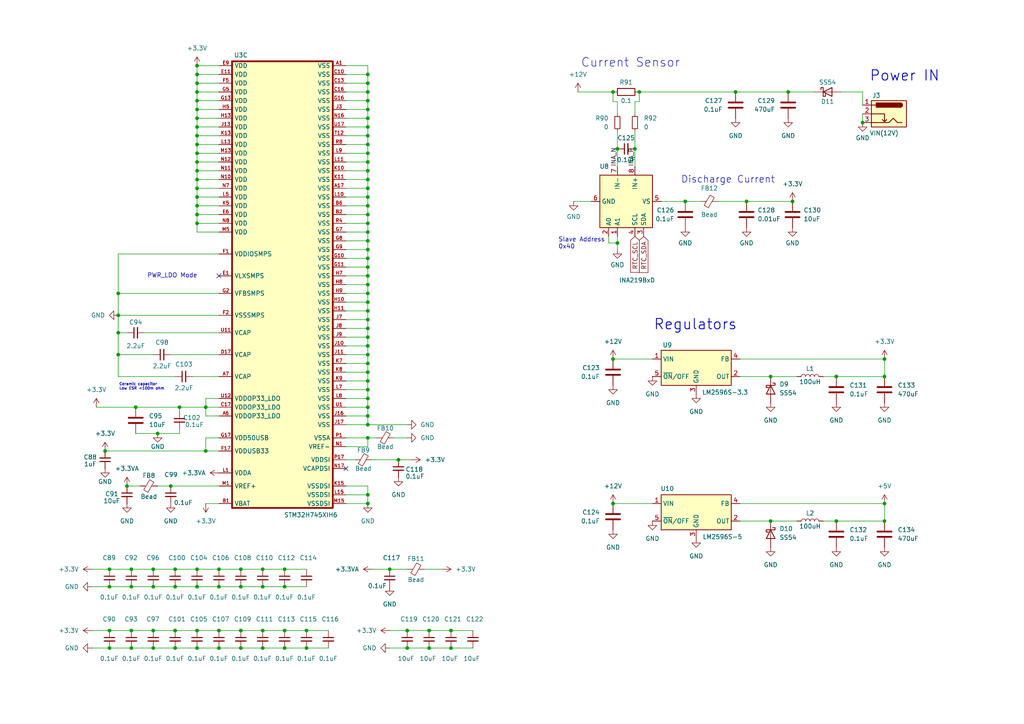
<source format=kicad_sch>
(kicad_sch (version 20250114) (generator "eeschema") (generator_version "9.0")
  (paper "A4")
  (title_block (title "Power") (date "2024-12-27") (rev "2.0") (company "Robotics"))
  (text "Slave Address\n0x40" (at 161.925 72.39 0) (effects (font (size 1.27 1.27)) (justify left bottom)))
  (text "Current Sensor" (at 182.88 18.288 0) (effects (font (size 2.54 2.54))))
  (text "Discharge Current" (at 197.485 53.34 0) (effects (font (size 2 2)) (justify left bottom)))
  (text "Regulators" (at 201.676 94.234 0) (effects (font (size 3 3) (thickness 0.254) (bold yes))))
  (text "Power IN" (at 262.382 22.098 0) (effects (font (size 3 3) (thickness 0.254) (bold yes))))
  (text "PWR_LDO Mode" (at 42.672 80.772 0) (effects (font (size 1.27 1.27)) (justify left bottom)))
  (text "Ceramic capacitor\nLow ESR <100m ohm" (at 34.544 113.284 0) (effects (font (size 0.7874 0.7874)) (justify left bottom)))
  (junction (at 44.45 170.18))
  (junction (at 50.8 182.88))
  (junction (at 106.68 36.83))
  (junction (at 57.15 46.99))
  (junction (at 50.8 187.96))
  (junction (at 57.15 36.83))
  (junction (at 106.68 72.39))
  (junction (at 177.8 104.14))
  (junction (at 106.68 87.63))
  (junction (at 45.72 125.73))
  (junction (at 31.75 187.96))
  (junction (at 106.68 31.75))
  (junction (at 106.68 24.13))
  (junction (at 34.29 96.52))
  (junction (at 34.29 85.09))
  (junction (at 106.68 64.77))
  (junction (at 106.68 21.59))
  (junction (at 76.2 182.88))
  (junction (at 88.9 187.96))
  (junction (at 76.2 187.96))
  (junction (at 57.15 59.69))
  (junction (at 106.68 115.57))
  (junction (at 50.8 170.18))
  (junction (at 34.29 102.87))
  (junction (at 106.68 127))
  (junction (at 44.45 187.96))
  (junction (at 106.68 82.55))
  (junction (at 179.07 70.485))
  (junction (at 250.19 35.56))
  (junction (at 106.68 26.67))
  (junction (at 106.68 92.71))
  (junction (at 63.5 182.88))
  (junction (at 106.68 80.01))
  (junction (at 57.15 57.15))
  (junction (at 52.07 118.11))
  (junction (at 69.85 182.88))
  (junction (at 63.5 170.18))
  (junction (at 242.57 109.22))
  (junction (at 57.15 182.88))
  (junction (at 57.15 29.21))
  (junction (at 82.55 170.18))
  (junction (at 57.15 31.75))
  (junction (at 76.2 165.1))
  (junction (at 59.69 130.81))
  (junction (at 106.68 59.69))
  (junction (at 57.15 64.77))
  (junction (at 44.45 182.88))
  (junction (at 177.8 146.05))
  (junction (at 106.68 74.93))
  (junction (at 39.37 118.11))
  (junction (at 106.68 105.41))
  (junction (at 57.15 165.1))
  (junction (at 57.15 52.07))
  (junction (at 63.5 165.1))
  (junction (at 82.55 187.96))
  (junction (at 106.68 100.33))
  (junction (at 124.46 187.96))
  (junction (at 256.54 104.14))
  (junction (at 57.15 187.96))
  (junction (at 177.8 26.67))
  (junction (at 106.68 123.19))
  (junction (at 57.15 170.18))
  (junction (at 38.1 182.88))
  (junction (at 115.57 133.35))
  (junction (at 118.11 182.88))
  (junction (at 57.15 34.29))
  (junction (at 34.29 91.44))
  (junction (at 57.15 26.67))
  (junction (at 38.1 187.96))
  (junction (at 49.53 140.97))
  (junction (at 106.68 52.07))
  (junction (at 106.68 67.31))
  (junction (at 57.15 41.91))
  (junction (at 198.755 58.42))
  (junction (at 57.15 54.61))
  (junction (at 216.535 58.42))
  (junction (at 106.68 102.87))
  (junction (at 106.68 77.47))
  (junction (at 229.87 58.42))
  (junction (at 69.85 187.96))
  (junction (at 57.15 49.53))
  (junction (at 256.54 151.13))
  (junction (at 88.9 182.88))
  (junction (at 256.54 109.22))
  (junction (at 106.68 97.79))
  (junction (at 130.81 187.96))
  (junction (at 118.11 187.96))
  (junction (at 106.68 113.03))
  (junction (at 106.68 54.61))
  (junction (at 106.68 29.21))
  (junction (at 106.68 57.15))
  (junction (at 31.75 165.1))
  (junction (at 59.69 118.11))
  (junction (at 106.68 85.09))
  (junction (at 213.36 26.67))
  (junction (at 30.48 130.81))
  (junction (at 36.83 140.97))
  (junction (at 82.55 165.1))
  (junction (at 106.68 41.91))
  (junction (at 113.03 165.1))
  (junction (at 31.75 182.88))
  (junction (at 184.15 43.18))
  (junction (at 82.55 182.88))
  (junction (at 106.68 110.49))
  (junction (at 57.15 39.37))
  (junction (at 106.68 39.37))
  (junction (at 106.68 69.85))
  (junction (at 57.15 62.23))
  (junction (at 106.68 118.11))
  (junction (at 106.68 90.17))
  (junction (at 106.68 46.99))
  (junction (at 106.68 146.05))
  (junction (at 63.5 187.96))
  (junction (at 256.54 146.05))
  (junction (at 106.68 95.25))
  (junction (at 242.57 151.13))
  (junction (at 57.15 21.59))
  (junction (at 130.81 182.88))
  (junction (at 106.68 49.53))
  (junction (at 38.1 170.18))
  (junction (at 69.85 170.18))
  (junction (at 57.15 24.13))
  (junction (at 76.2 170.18))
  (junction (at 57.15 44.45))
  (junction (at 44.45 165.1))
  (junction (at 228.6 26.67))
  (junction (at 223.52 109.22))
  (junction (at 69.85 165.1))
  (junction (at 106.68 143.51))
  (junction (at 223.52 151.13))
  (junction (at 124.46 182.88))
  (junction (at 106.68 107.95))
  (junction (at 106.68 34.29))
  (junction (at 179.07 43.18))
  (junction (at 50.8 165.1))
  (junction (at 106.68 62.23))
  (junction (at 57.15 19.05))
  (junction (at 106.68 44.45))
  (junction (at 106.68 120.65))
  (junction (at 38.1 165.1))
  (junction (at 185.42 26.67))
  (junction (at 31.75 170.18))
  (no_connect (at 100.33 135.89))
  (no_connect (at 63.5 80.01))
  (wire (pts (xy 44.45 165.1) (xy 50.8 165.1)))
  (wire (pts (xy 100.33 82.55) (xy 106.68 82.55)))
  (wire (pts (xy 57.15 39.37) (xy 63.5 39.37)))
  (wire (pts (xy 106.68 120.65) (xy 100.33 120.65)))
  (wire (pts (xy 100.33 19.05) (xy 106.68 19.05)))
  (wire (pts (xy 115.57 133.35) (xy 119.38 133.35)))
  (wire (pts (xy 63.5 165.1) (xy 69.85 165.1)))
  (wire (pts (xy 63.5 85.09) (xy 34.29 85.09)))
  (wire (pts (xy 106.68 44.45) (xy 106.68 46.99)))
  (wire (pts (xy 106.68 62.23) (xy 106.68 64.77)))
  (wire (pts (xy 250.19 26.67) (xy 250.19 30.48)))
  (wire (pts (xy 57.15 41.91) (xy 63.5 41.91)))
  (wire (pts (xy 52.07 118.11) (xy 52.07 119.38)))
  (wire (pts (xy 106.68 46.99) (xy 106.68 49.53)))
  (wire (pts (xy 63.5 120.65) (xy 59.69 120.65)))
  (wire (pts (xy 57.15 26.67) (xy 63.5 26.67)))
  (wire (pts (xy 63.5 127) (xy 59.69 127)))
  (wire (pts (xy 38.1 170.18) (xy 44.45 170.18)))
  (wire (pts (xy 69.85 165.1) (xy 76.2 165.1)))
  (wire (pts (xy 27.94 118.11) (xy 39.37 118.11)))
  (wire (pts (xy 57.15 52.07) (xy 63.5 52.07)))
  (wire (pts (xy 256.54 104.14) (xy 256.54 109.22)))
  (wire (pts (xy 52.07 118.11) (xy 59.69 118.11)))
  (wire (pts (xy 106.68 127) (xy 109.22 127)))
  (wire (pts (xy 184.15 29.464) (xy 184.15 33.02)))
  (wire (pts (xy 100.33 24.13) (xy 106.68 24.13)))
  (wire (pts (xy 34.29 96.52) (xy 34.29 102.87)))
  (wire (pts (xy 106.68 123.19) (xy 100.33 123.19)))
  (wire (pts (xy 185.42 26.67) (xy 213.36 26.67)))
  (wire (pts (xy 100.33 90.17) (xy 106.68 90.17)))
  (wire (pts (xy 34.29 85.09) (xy 34.29 91.44)))
  (wire (pts (xy 57.15 31.75) (xy 57.15 29.21)))
  (wire (pts (xy 88.9 187.96) (xy 95.25 187.96)))
  (wire (pts (xy 179.07 43.18) (xy 179.07 48.26)))
  (wire (pts (xy 57.15 54.61) (xy 63.5 54.61)))
  (wire (pts (xy 82.55 182.88) (xy 88.9 182.88)))
  (wire (pts (xy 57.15 39.37) (xy 57.15 36.83)))
  (wire (pts (xy 57.15 187.96) (xy 63.5 187.96)))
  (wire (pts (xy 57.15 24.13) (xy 63.5 24.13)))
  (wire (pts (xy 223.52 151.13) (xy 231.14 151.13)))
  (wire (pts (xy 106.68 143.51) (xy 106.68 146.05)))
  (wire (pts (xy 176.53 70.485) (xy 179.07 70.485)))
  (wire (pts (xy 45.72 140.97) (xy 49.53 140.97)))
  (wire (pts (xy 44.45 182.88) (xy 50.8 182.88)))
  (wire (pts (xy 113.03 182.88) (xy 118.11 182.88)))
  (wire (pts (xy 118.11 182.88) (xy 124.46 182.88)))
  (wire (pts (xy 50.8 187.96) (xy 57.15 187.96)))
  (wire (pts (xy 50.8 182.88) (xy 57.15 182.88)))
  (wire (pts (xy 38.1 182.88) (xy 44.45 182.88)))
  (wire (pts (xy 238.76 109.22) (xy 242.57 109.22)))
  (wire (pts (xy 130.81 182.88) (xy 137.16 182.88)))
  (wire (pts (xy 44.45 170.18) (xy 50.8 170.18)))
  (wire (pts (xy 100.33 46.99) (xy 106.68 46.99)))
  (wire (pts (xy 167.64 26.67) (xy 177.8 26.67)))
  (wire (pts (xy 76.2 165.1) (xy 82.55 165.1)))
  (wire (pts (xy 100.33 41.91) (xy 106.68 41.91)))
  (wire (pts (xy 63.5 182.88) (xy 69.85 182.88)))
  (wire (pts (xy 214.63 146.05) (xy 256.54 146.05)))
  (wire (pts (xy 76.2 182.88) (xy 82.55 182.88)))
  (wire (pts (xy 228.6 26.67) (xy 236.22 26.67)))
  (wire (pts (xy 57.15 26.67) (xy 57.15 24.13)))
  (wire (pts (xy 179.07 29.464) (xy 177.8 29.464)))
  (wire (pts (xy 76.2 170.18) (xy 82.55 170.18)))
  (wire (pts (xy 100.33 52.07) (xy 106.68 52.07)))
  (wire (pts (xy 36.83 140.97) (xy 40.64 140.97)))
  (wire (pts (xy 57.15 39.37) (xy 57.15 41.91)))
  (wire (pts (xy 57.15 34.29) (xy 57.15 31.75)))
  (wire (pts (xy 106.68 39.37) (xy 106.68 41.91)))
  (wire (pts (xy 38.1 165.1) (xy 44.45 165.1)))
  (wire (pts (xy 118.11 127) (xy 114.3 127)))
  (wire (pts (xy 106.68 129.54) (xy 106.68 127)))
  (wire (pts (xy 55.88 109.22) (xy 63.5 109.22)))
  (wire (pts (xy 184.15 43.18) (xy 184.15 48.26)))
  (wire (pts (xy 59.69 146.05) (xy 63.5 146.05)))
  (wire (pts (xy 59.69 127) (xy 59.69 130.81)))
  (wire (pts (xy 100.33 102.87) (xy 106.68 102.87)))
  (wire (pts (xy 100.33 36.83) (xy 106.68 36.83)))
  (wire (pts (xy 100.33 59.69) (xy 106.68 59.69)))
  (wire (pts (xy 177.8 29.464) (xy 177.8 26.67)))
  (wire (pts (xy 26.67 165.1) (xy 31.75 165.1)))
  (wire (pts (xy 88.9 182.88) (xy 95.25 182.88)))
  (wire (pts (xy 100.33 107.95) (xy 106.68 107.95)))
  (wire (pts (xy 69.85 187.96) (xy 76.2 187.96)))
  (wire (pts (xy 52.07 125.73) (xy 45.72 125.73)))
  (wire (pts (xy 100.33 87.63) (xy 106.68 87.63)))
  (wire (pts (xy 106.68 74.93) (xy 106.68 77.47)))
  (wire (pts (xy 30.48 130.81) (xy 59.69 130.81)))
  (wire (pts (xy 31.75 187.96) (xy 38.1 187.96)))
  (wire (pts (xy 34.29 96.52) (xy 36.83 96.52)))
  (wire (pts (xy 57.15 24.13) (xy 57.15 21.59)))
  (wire (pts (xy 106.68 34.29) (xy 106.68 36.83)))
  (wire (pts (xy 106.68 72.39) (xy 106.68 74.93)))
  (wire (pts (xy 106.68 19.05) (xy 106.68 21.59)))
  (wire (pts (xy 191.77 58.42) (xy 198.755 58.42)))
  (wire (pts (xy 57.15 57.15) (xy 63.5 57.15)))
  (wire (pts (xy 57.15 21.59) (xy 57.15 19.05)))
  (wire (pts (xy 100.33 97.79) (xy 106.68 97.79)))
  (wire (pts (xy 106.68 92.71) (xy 106.68 95.25)))
  (wire (pts (xy 189.23 146.05) (xy 177.8 146.05)))
  (wire (pts (xy 179.07 70.485) (xy 179.07 72.39)))
  (wire (pts (xy 106.68 105.41) (xy 106.68 107.95)))
  (wire (pts (xy 57.15 49.53) (xy 63.5 49.53)))
  (wire (pts (xy 100.33 29.21) (xy 106.68 29.21)))
  (wire (pts (xy 82.55 170.18) (xy 88.9 170.18)))
  (wire (pts (xy 100.33 57.15) (xy 106.68 57.15)))
  (wire (pts (xy 100.33 44.45) (xy 106.68 44.45)))
  (wire (pts (xy 238.76 151.13) (xy 242.57 151.13)))
  (wire (pts (xy 50.8 170.18) (xy 57.15 170.18)))
  (wire (pts (xy 106.68 67.31) (xy 100.33 67.31)))
  (wire (pts (xy 59.69 120.65) (xy 59.69 118.11)))
  (wire (pts (xy 128.27 165.1) (xy 123.19 165.1)))
  (wire (pts (xy 57.15 182.88) (xy 63.5 182.88)))
  (wire (pts (xy 57.15 29.21) (xy 63.5 29.21)))
  (wire (pts (xy 59.69 115.57) (xy 63.5 115.57)))
  (wire (pts (xy 214.63 109.22) (xy 223.52 109.22)))
  (wire (pts (xy 57.15 44.45) (xy 63.5 44.45)))
  (wire (pts (xy 106.68 52.07) (xy 106.68 54.61)))
  (wire (pts (xy 242.57 151.13) (xy 256.54 151.13)))
  (wire (pts (xy 49.53 140.97) (xy 63.5 140.97)))
  (wire (pts (xy 100.33 77.47) (xy 106.68 77.47)))
  (wire (pts (xy 100.33 21.59) (xy 106.68 21.59)))
  (wire (pts (xy 124.46 187.96) (xy 130.81 187.96)))
  (wire (pts (xy 100.33 49.53) (xy 106.68 49.53)))
  (wire (pts (xy 118.11 187.96) (xy 124.46 187.96)))
  (wire (pts (xy 100.33 105.41) (xy 106.68 105.41)))
  (wire (pts (xy 39.37 118.11) (xy 52.07 118.11)))
  (wire (pts (xy 57.15 46.99) (xy 57.15 49.53)))
  (wire (pts (xy 57.15 62.23) (xy 63.5 62.23)))
  (wire (pts (xy 106.68 118.11) (xy 106.68 120.65)))
  (wire (pts (xy 106.68 41.91) (xy 106.68 44.45)))
  (wire (pts (xy 179.07 38.1) (xy 179.07 43.18)))
  (wire (pts (xy 100.33 34.29) (xy 106.68 34.29)))
  (wire (pts (xy 59.69 130.81) (xy 63.5 130.81)))
  (wire (pts (xy 34.29 109.22) (xy 50.8 109.22)))
  (wire (pts (xy 223.52 109.22) (xy 231.14 109.22)))
  (wire (pts (xy 113.03 187.96) (xy 118.11 187.96)))
  (wire (pts (xy 100.33 140.97) (xy 106.68 140.97)))
  (wire (pts (xy 34.29 73.66) (xy 34.29 85.09)))
  (wire (pts (xy 100.33 74.93) (xy 106.68 74.93)))
  (wire (pts (xy 63.5 91.44) (xy 34.29 91.44)))
  (wire (pts (xy 57.15 19.05) (xy 63.5 19.05)))
  (wire (pts (xy 106.68 140.97) (xy 106.68 143.51)))
  (wire (pts (xy 57.15 59.69) (xy 63.5 59.69)))
  (wire (pts (xy 57.15 59.69) (xy 57.15 57.15)))
  (wire (pts (xy 106.68 29.21) (xy 106.68 31.75)))
  (wire (pts (xy 26.67 182.88) (xy 31.75 182.88)))
  (wire (pts (xy 184.15 29.464) (xy 185.42 29.464)))
  (wire (pts (xy 82.55 187.96) (xy 88.9 187.96)))
  (wire (pts (xy 63.5 170.18) (xy 69.85 170.18)))
  (wire (pts (xy 57.15 41.91) (xy 57.15 44.45)))
  (wire (pts (xy 57.15 36.83) (xy 57.15 34.29)))
  (wire (pts (xy 198.755 58.42) (xy 203.2 58.42)))
  (wire (pts (xy 106.68 102.87) (xy 106.68 105.41)))
  (wire (pts (xy 57.15 165.1) (xy 63.5 165.1)))
  (wire (pts (xy 76.2 187.96) (xy 82.55 187.96)))
  (wire (pts (xy 179.07 29.464) (xy 179.07 33.02)))
  (wire (pts (xy 100.33 110.49) (xy 106.68 110.49)))
  (wire (pts (xy 100.33 100.33) (xy 106.68 100.33)))
  (wire (pts (xy 57.15 36.83) (xy 63.5 36.83)))
  (wire (pts (xy 106.68 59.69) (xy 106.68 62.23)))
  (wire (pts (xy 57.15 67.31) (xy 57.15 64.77)))
  (wire (pts (xy 106.68 80.01) (xy 106.68 82.55)))
  (wire (pts (xy 57.15 46.99) (xy 63.5 46.99)))
  (wire (pts (xy 118.11 123.19) (xy 106.68 123.19)))
  (wire (pts (xy 106.68 49.53) (xy 106.68 52.07)))
  (wire (pts (xy 26.67 170.18) (xy 31.75 170.18)))
  (wire (pts (xy 63.5 187.96) (xy 69.85 187.96)))
  (wire (pts (xy 214.63 151.13) (xy 223.52 151.13)))
  (wire (pts (xy 69.85 170.18) (xy 76.2 170.18)))
  (wire (pts (xy 38.1 187.96) (xy 44.45 187.96)))
  (wire (pts (xy 106.68 113.03) (xy 100.33 113.03)))
  (wire (pts (xy 106.68 24.13) (xy 106.68 26.67)))
  (wire (pts (xy 106.68 57.15) (xy 106.68 59.69)))
  (wire (pts (xy 243.84 26.67) (xy 250.19 26.67)))
  (wire (pts (xy 106.68 87.63) (xy 106.68 90.17)))
  (wire (pts (xy 106.68 115.57) (xy 106.68 118.11)))
  (wire (pts (xy 214.63 104.14) (xy 256.54 104.14)))
  (wire (pts (xy 106.68 110.49) (xy 106.68 113.03)))
  (wire (pts (xy 100.33 72.39) (xy 106.68 72.39)))
  (wire (pts (xy 31.75 165.1) (xy 38.1 165.1)))
  (wire (pts (xy 57.15 52.07) (xy 57.15 49.53)))
  (wire (pts (xy 213.36 26.67) (xy 228.6 26.67)))
  (wire (pts (xy 57.15 170.18) (xy 63.5 170.18)))
  (wire (pts (xy 57.15 64.77) (xy 63.5 64.77)))
  (wire (pts (xy 100.33 39.37) (xy 106.68 39.37)))
  (wire (pts (xy 179.07 68.58) (xy 179.07 70.485)))
  (wire (pts (xy 166.37 58.42) (xy 171.45 58.42)))
  (wire (pts (xy 31.75 182.88) (xy 38.1 182.88)))
  (wire (pts (xy 57.15 29.21) (xy 57.15 26.67)))
  (wire (pts (xy 100.33 26.67) (xy 106.68 26.67)))
  (wire (pts (xy 106.68 120.65) (xy 106.68 123.19)))
  (wire (pts (xy 106.68 100.33) (xy 106.68 102.87)))
  (wire (pts (xy 59.69 118.11) (xy 63.5 118.11)))
  (wire (pts (xy 256.54 146.05) (xy 256.54 151.13)))
  (wire (pts (xy 106.68 77.47) (xy 106.68 80.01)))
  (wire (pts (xy 106.68 21.59) (xy 106.68 24.13)))
  (wire (pts (xy 124.46 182.88) (xy 130.81 182.88)))
  (wire (pts (xy 184.15 38.1) (xy 184.15 43.18)))
  (wire (pts (xy 100.33 133.35) (xy 102.87 133.35)))
  (wire (pts (xy 52.07 124.46) (xy 52.07 125.73)))
  (wire (pts (xy 106.68 97.79) (xy 106.68 100.33)))
  (wire (pts (xy 107.95 165.1) (xy 113.03 165.1)))
  (wire (pts (xy 106.68 54.61) (xy 106.68 57.15)))
  (wire (pts (xy 57.15 62.23) (xy 57.15 59.69)))
  (wire (pts (xy 100.33 127) (xy 106.68 127)))
  (wire (pts (xy 34.29 91.44) (xy 34.29 96.52)))
  (wire (pts (xy 50.8 165.1) (xy 57.15 165.1)))
  (wire (pts (xy 106.68 85.09) (xy 106.68 87.63)))
  (wire (pts (xy 106.68 69.85) (xy 106.68 72.39)))
  (wire (pts (xy 130.81 187.96) (xy 137.16 187.96)))
  (wire (pts (xy 100.33 64.77) (xy 106.68 64.77)))
  (wire (pts (xy 100.33 92.71) (xy 106.68 92.71)))
  (wire (pts (xy 100.33 69.85) (xy 106.68 69.85)))
  (wire (pts (xy 41.91 96.52) (xy 63.5 96.52)))
  (wire (pts (xy 242.57 109.22) (xy 256.54 109.22)))
  (wire (pts (xy 57.15 31.75) (xy 63.5 31.75)))
  (wire (pts (xy 106.68 31.75) (xy 106.68 34.29)))
  (wire (pts (xy 57.15 44.45) (xy 57.15 46.99)))
  (wire (pts (xy 57.15 34.29) (xy 63.5 34.29)))
  (wire (pts (xy 100.33 143.51) (xy 106.68 143.51)))
  (wire (pts (xy 100.33 129.54) (xy 106.68 129.54)))
  (wire (pts (xy 57.15 54.61) (xy 57.15 52.07)))
  (wire (pts (xy 189.23 104.14) (xy 177.8 104.14)))
  (wire (pts (xy 100.33 54.61) (xy 106.68 54.61)))
  (wire (pts (xy 106.68 26.67) (xy 106.68 29.21)))
  (wire (pts (xy 100.33 80.01) (xy 106.68 80.01)))
  (wire (pts (xy 59.69 118.11) (xy 59.69 115.57)))
  (wire (pts (xy 57.15 21.59) (xy 63.5 21.59)))
  (wire (pts (xy 106.68 82.55) (xy 106.68 85.09)))
  (wire (pts (xy 106.68 67.31) (xy 106.68 69.85)))
  (wire (pts (xy 69.85 182.88) (xy 76.2 182.88)))
  (wire (pts (xy 82.55 165.1) (xy 88.9 165.1)))
  (wire (pts (xy 106.68 90.17) (xy 106.68 92.71)))
  (wire (pts (xy 44.45 187.96) (xy 50.8 187.96)))
  (wire (pts (xy 26.67 187.96) (xy 31.75 187.96)))
  (wire (pts (xy 216.535 58.42) (xy 229.87 58.42)))
  (wire (pts (xy 57.15 64.77) (xy 57.15 62.23)))
  (wire (pts (xy 106.68 36.83) (xy 106.68 39.37)))
  (wire (pts (xy 100.33 31.75) (xy 106.68 31.75)))
  (wire (pts (xy 106.68 95.25) (xy 106.68 97.79)))
  (wire (pts (xy 100.33 85.09) (xy 106.68 85.09)))
  (wire (pts (xy 113.03 165.1) (xy 118.11 165.1)))
  (wire (pts (xy 176.53 68.58) (xy 176.53 70.485)))
  (wire (pts (xy 106.68 113.03) (xy 106.68 115.57)))
  (wire (pts (xy 106.68 146.05) (xy 100.33 146.05)))
  (wire (pts (xy 63.5 73.66) (xy 34.29 73.66)))
  (wire (pts (xy 107.95 133.35) (xy 115.57 133.35)))
  (wire (pts (xy 250.19 33.02) (xy 250.19 35.56)))
  (wire (pts (xy 100.33 115.57) (xy 106.68 115.57)))
  (wire (pts (xy 34.29 109.22) (xy 34.29 102.87)))
  (wire (pts (xy 100.33 62.23) (xy 106.68 62.23)))
  (wire (pts (xy 208.28 58.42) (xy 216.535 58.42)))
  (wire (pts (xy 45.72 125.73) (xy 39.37 125.73)))
  (wire (pts (xy 44.45 102.87) (xy 34.29 102.87)))
  (wire (pts (xy 49.53 102.87) (xy 63.5 102.87)))
  (wire (pts (xy 100.33 95.25) (xy 106.68 95.25)))
  (wire (pts (xy 106.68 107.95) (xy 106.68 110.49)))
  (wire (pts (xy 63.5 67.31) (xy 57.15 67.31)))
  (wire (pts (xy 100.33 118.11) (xy 106.68 118.11)))
  (wire (pts (xy 106.68 64.77) (xy 106.68 67.31)))
  (wire (pts (xy 185.42 29.464) (xy 185.42 26.67)))
  (wire (pts (xy 31.75 170.18) (xy 38.1 170.18)))
  (wire (pts (xy 57.15 57.15) (xy 57.15 54.61)))
  (label "INA_P" (at 184.15 48.26 90))
  (label "INA_N" (at 179.07 48.26 90))
  (global_label "RTC_SDA" (shape input) (at 186.69 68.58 270) (property "Intersheetrefs" "${INTERSHEET_REFS}" (effects (hide yes))))
  (global_label "RTC_SCL" (shape input) (at 184.15 68.58 270) (property "Intersheetrefs" "${INTERSHEET_REFS}" (effects (hide yes))))
  (symbol (lib_id "power:GND") (at 242.57 158.75 0) (unit 1)
    (property "Reference" "#PWR0162" (effects (hide yes)))
    (property "Value" "GND" (at 242.57 163.83 0))
    (property "Description" "Power symbol creates a global label with name \"GND\" , ground" (effects (hide yes)))
  )
  (symbol (lib_id "Device:R_Small") (at 179.07 35.56 0) (mirror x) (unit 1)
    (property "Reference" "R90" (at 176.53 34.2899 0) (effects (justify right)))
    (property "Value" "0" (at 176.53 36.8299 0) (effects (justify right)))
    (property "Footprint" "Resistor_SMD:R_0805_2012Metric" (effects (hide yes)))
  )
  (symbol (lib_id "Device:C_Small") (at 39.37 96.52 90) (unit 1)
    (property "Reference" "C94" (at 39.37 93.472 90))
    (property "Value" "2.2uF" (at 39.37 100.33 90))
    (property "Footprint" "Capacitor_SMD:C_0805_2012Metric" (effects (hide yes)))
    (property "Description" "Unpolarized capacitor, small symbol" (effects (hide yes)))
  )
  (symbol (lib_id "power:GND") (at 189.23 151.13 0) (unit 1)
    (property "Reference" "#PWR0150" (effects (hide yes)))
    (property "Value" "GND" (at 189.23 156.21 0))
    (property "Description" "Power symbol creates a global label with name \"GND\" , ground" (effects (hide yes)))
  )
  (symbol (lib_id "power:+3.3V") (at 26.67 182.88 90) (unit 1)
    (property "Reference" "#PWR0119" (effects (hide yes)))
    (property "Value" "+3.3V" (at 22.86 182.8799 90) (effects (justify left)))
    (property "Description" "Power symbol creates a global label with name \"+3.3V\"" (effects (hide yes)))
  )
  (symbol (lib_id "power:GND") (at 213.36 34.29 0) (mirror y) (unit 1)
    (property "Reference" "#PWR0154" (effects (hide yes)))
    (property "Value" "GND" (at 213.36 39.37 0))
    (property "Description" "Power symbol creates a global label with name \"GND\" , ground" (effects (hide yes)))
  )
  (symbol (lib_id "Device:R") (at 181.61 26.67 90) (unit 1)
    (property "Reference" "R91" (at 181.61 23.876 90))
    (property "Value" "0.1" (at 181.61 29.21 90))
    (property "Footprint" "Package_TO_SOT_THT:TO-126-2_Horizontal_TabDown" (effects (hide yes)))
  )
  (symbol (lib_id "power:+3.3V") (at 30.48 130.81 0) (unit 1)
    (property "Reference" "#PWR0122" (effects (hide yes)))
    (property "Value" "+3.3V" (at 30.48 125.73 0))
    (property "Description" "Power symbol creates a global label with name \"+3.3V\"" (effects (hide yes)))
  )
  (symbol (lib_id "Device:C_Small") (at 63.5 167.64 0) (unit 1)
    (property "Reference" "C106" (at 61.468 161.798 0) (effects (justify left)))
    (property "Value" "0.1uF" (at 60.706 173.228 0) (effects (justify left)))
    (property "Footprint" "Capacitor_SMD:C_0805_2012Metric" (effects (hide yes)))
    (property "Description" "Unpolarized capacitor, small symbol" (effects (hide yes)))
  )
  (symbol (lib_id "Device:FerriteBead_Small") (at 205.74 58.42 90) (unit 1)
    (property "Reference" "FB12" (at 205.74 54.61 90))
    (property "Value" "Bead" (at 205.74 62.23 90))
    (property "Footprint" "Inductor_SMD:L_0805_2012Metric" (effects (hide yes)))
  )
  (symbol (lib_id "Device:C_Small") (at 46.99 102.87 90) (unit 1)
    (property "Reference" "C98" (at 46.99 99.314 90))
    (property "Value" "2.2uF" (at 46.99 106.172 90))
    (property "Footprint" "Capacitor_SMD:C_0805_2012Metric" (effects (hide yes)))
    (property "Description" "Unpolarized capacitor, small symbol" (effects (hide yes)))
  )
  (symbol (lib_id "Device:C") (at 256.54 113.03 0) (unit 1)
    (property "Reference" "C133" (at 260.35 111.7599 0) (effects (justify left)))
    (property "Value" "470uF" (at 260.35 114.2999 0) (effects (justify left)))
    (property "Footprint" "PCB:MVG25WV470M" (effects (hide yes)))
    (property "Description" "Unpolarized capacitor" (effects (hide yes)))
  )
  (symbol (lib_id "power:GND") (at 49.53 146.05 0) (unit 1)
    (property "Reference" "#PWR0128" (effects (hide yes)))
    (property "Value" "GND" (at 49.53 151.13 0))
    (property "Description" "Power symbol creates a global label with name \"GND\" , ground" (effects (hide yes)))
  )
  (symbol (lib_id "power:GND") (at 113.03 170.18 0) (unit 1)
    (property "Reference" "#PWR0134" (effects (hide yes)))
    (property "Value" "GND" (at 113.03 175.26 0))
    (property "Description" "Power symbol creates a global label with name \"GND\" , ground" (effects (hide yes)))
  )
  (symbol (lib_id "Device:C_Small") (at 82.55 185.42 0) (unit 1)
    (property "Reference" "C113" (at 80.518 179.578 0) (effects (justify left)))
    (property "Value" "0.1uF" (at 79.756 191.008 0) (effects (justify left)))
    (property "Footprint" "Capacitor_SMD:C_0805_2012Metric" (effects (hide yes)))
    (property "Description" "Unpolarized capacitor, small symbol" (effects (hide yes)))
  )
  (symbol (lib_id "Device:C_Small") (at 82.55 167.64 0) (unit 1)
    (property "Reference" "C112" (at 80.518 161.798 0) (effects (justify left)))
    (property "Value" "0.1uF" (at 79.756 173.228 0) (effects (justify left)))
    (property "Footprint" "Capacitor_SMD:C_0805_2012Metric" (effects (hide yes)))
    (property "Description" "Unpolarized capacitor, small symbol" (effects (hide yes)))
  )
  (symbol (lib_id "Device:C_Small") (at 181.61 43.18 90) (unit 1)
    (property "Reference" "C125" (at 181.61 40.005 90))
    (property "Value" "0.1uF" (at 181.61 46.355 90))
    (property "Footprint" "Capacitor_SMD:C_0805_2012Metric" (effects (hide yes)))
  )
  (symbol (lib_id "nixie-cache:GND") (at 216.535 66.04 0) (mirror y) (unit 1)
    (property "Reference" "#PWR0155" (effects (hide yes)))
    (property "Value" "GND" (at 216.535 70.485 0))
  )
  (symbol (lib_id "power:+3.3V") (at 57.15 19.05 0) (unit 1)
    (property "Reference" "#PWR0129" (effects (hide yes)))
    (property "Value" "+3.3V" (at 57.15 13.97 0))
    (property "Description" "Power symbol creates a global label with name \"+3.3V\"" (effects (hide yes)))
  )
  (symbol (lib_id "Device:C_Small") (at 113.03 167.64 0) (unit 1)
    (property "Reference" "C117" (at 110.998 161.798 0) (effects (justify left)))
    (property "Value" "0.1uF" (at 106.68 169.926 0) (effects (justify left)))
    (property "Footprint" "Capacitor_SMD:C_0805_2012Metric" (effects (hide yes)))
    (property "Description" "Unpolarized capacitor, small symbol" (effects (hide yes)))
  )
  (symbol (lib_id "Device:C_Small") (at 76.2 167.64 0) (unit 1)
    (property "Reference" "C110" (at 74.168 161.798 0) (effects (justify left)))
    (property "Value" "0.1uF" (at 73.406 173.228 0) (effects (justify left)))
    (property "Footprint" "Capacitor_SMD:C_0805_2012Metric" (effects (hide yes)))
    (property "Description" "Unpolarized capacitor, small symbol" (effects (hide yes)))
  )
  (symbol (lib_id "power:GND") (at 26.67 187.96 270) (unit 1)
    (property "Reference" "#PWR0120" (effects (hide yes)))
    (property "Value" "GND" (at 22.86 187.9599 90) (effects (justify right)))
    (property "Description" "Power symbol creates a global label with name \"GND\" , ground" (effects (hide yes)))
  )
  (symbol (lib_id "Device:L") (at 234.95 151.13 90) (unit 1)
    (property "Reference" "L2" (at 234.95 148.844 90))
    (property "Value" "100uH" (at 234.95 152.654 90))
    (property "Footprint" "Inductor_SMD:L_12x12mm_H8mm" (effects (hide yes)))
    (property "Description" "Inductor" (effects (hide yes)))
  )
  (symbol (lib_id "Device:C_Small") (at 69.85 185.42 0) (unit 1)
    (property "Reference" "C109" (at 67.818 179.578 0) (effects (justify left)))
    (property "Value" "0.1uF" (at 67.056 191.008 0) (effects (justify left)))
    (property "Footprint" "Capacitor_SMD:C_0805_2012Metric" (effects (hide yes)))
    (property "Description" "Unpolarized capacitor, small symbol" (effects (hide yes)))
  )
  (symbol (lib_id "power:+3.3V") (at 229.87 58.42 0) (unit 1)
    (property "Reference" "#PWR0159" (effects (hide yes)))
    (property "Value" "+3.3V" (at 229.87 53.34 0))
  )
  (symbol (lib_id "nixie-cache:GND") (at 179.07 72.39 0) (unit 1)
    (property "Reference" "#PWR0148" (effects (hide yes)))
    (property "Value" "GND" (at 179.07 76.835 0))
  )
  (symbol (lib_id "Device:C_Small") (at 31.75 167.64 0) (unit 1)
    (property "Reference" "C89" (at 29.718 161.798 0) (effects (justify left)))
    (property "Value" "0.1uF" (at 28.956 173.228 0) (effects (justify left)))
    (property "Footprint" "Capacitor_SMD:C_0805_2012Metric" (effects (hide yes)))
    (property "Description" "Unpolarized capacitor, small symbol" (effects (hide yes)))
  )
  (symbol (lib_id "power:+3.3V") (at 119.38 133.35 270) (unit 1)
    (property "Reference" "#PWR0140" (effects (hide yes)))
    (property "Value" "+3.3V" (at 123.19 133.3499 90) (effects (justify left)))
    (property "Description" "Power symbol creates a global label with name \"+3.3V\"" (effects (hide yes)))
  )
  (symbol (lib_id "Device:C_Small") (at 49.53 143.51 0) (mirror y) (unit 1)
    (property "Reference" "C99" (at 51.562 137.668 0) (effects (justify left)))
    (property "Value" "0.1uF" (at 55.88 145.796 0) (effects (justify left)))
    (property "Footprint" "Capacitor_SMD:C_0805_2012Metric" (effects (hide yes)))
    (property "Description" "Unpolarized capacitor, small symbol" (effects (hide yes)))
  )
  (symbol (lib_id "power:GND") (at 115.57 138.43 0) (unit 1)
    (property "Reference" "#PWR0137" (effects (hide yes)))
    (property "Value" "GND" (at 115.57 143.51 0))
    (property "Description" "Power symbol creates a global label with name \"GND\" , ground" (effects (hide yes)))
  )
  (symbol (lib_id "Device:C_Small") (at 52.07 121.92 180) (unit 1)
    (property "Reference" "C102" (at 55.626 121.158 0))
    (property "Value" "0.1uF" (at 56.388 123.19 0))
    (property "Footprint" "Capacitor_SMD:C_0805_2012Metric" (effects (hide yes)))
    (property "Description" "Unpolarized capacitor, small symbol" (effects (hide yes)))
  )
  (symbol (lib_id "power:+5V") (at 256.54 146.05 0) (unit 1)
    (property "Reference" "#PWR0166" (effects (hide yes)))
    (property "Value" "+5V" (at 256.54 140.97 0))
    (property "Description" "Power symbol creates a global label with name \"+5V\"" (effects (hide yes)))
  )
  (symbol (lib_id "Device:C_Small") (at 50.8 185.42 0) (unit 1)
    (property "Reference" "C101" (at 48.768 179.578 0) (effects (justify left)))
    (property "Value" "0.1uF" (at 48.006 191.008 0) (effects (justify left)))
    (property "Footprint" "Capacitor_SMD:C_0805_2012Metric" (effects (hide yes)))
    (property "Description" "Unpolarized capacitor, small symbol" (effects (hide yes)))
  )
  (symbol (lib_id "power:GND") (at 177.8 153.67 0) (unit 1)
    (property "Reference" "#PWR0147" (effects (hide yes)))
    (property "Value" "GND" (at 177.8 158.75 0))
    (property "Description" "Power symbol creates a global label with name \"GND\" , ground" (effects (hide yes)))
  )
  (symbol (lib_id "Diode:SS34") (at 240.03 26.67 0) (unit 1)
    (property "Reference" "D11" (at 240.03 29.464 0))
    (property "Value" "SS54" (at 240.03 23.876 0))
    (property "Footprint" "Diode_SMD:D_SMC" (effects (hide yes)))
    (property "Datasheet" "https://www.vishay.com/docs/88751/ss32.pdf" (effects (hide yes)))
    (property "Description" "40V 3A Schottky Diode, SMA" (effects (hide yes)))
  )
  (symbol (lib_id "Device:C_Small") (at 44.45 185.42 0) (unit 1)
    (property "Reference" "C97" (at 42.418 179.578 0) (effects (justify left)))
    (property "Value" "0.1uF" (at 41.656 191.008 0) (effects (justify left)))
    (property "Footprint" "Capacitor_SMD:C_0805_2012Metric" (effects (hide yes)))
    (property "Description" "Unpolarized capacitor, small symbol" (effects (hide yes)))
  )
  (symbol (lib_id "Device:FerriteBead_Small") (at 105.41 133.35 90) (unit 1)
    (property "Reference" "FB9" (at 105.41 130.556 90))
    (property "Value" "Bead" (at 105.41 135.89 90))
    (property "Footprint" "Inductor_SMD:L_0805_2012Metric" (effects (hide yes)))
    (property "Description" "Ferrite bead, small symbol" (effects (hide yes)))
  )
  (symbol (lib_id "power:+3.3VA") (at 36.83 140.97 0) (unit 1)
    (property "Reference" "#PWR0125" (effects (hide yes)))
    (property "Value" "+3.3VA" (at 36.83 135.89 0))
    (property "Description" "Power symbol creates a global label with name \"+3.3VA\"" (effects (hide yes)))
  )
  (symbol (lib_id "Device:C") (at 177.8 149.86 0) (mirror y) (unit 1)
    (property "Reference" "C124" (at 173.99 148.5899 0) (effects (justify left)))
    (property "Value" "0.1uF" (at 173.99 151.1299 0) (effects (justify left)))
    (property "Footprint" "Capacitor_SMD:C_0805_2012Metric" (effects (hide yes)))
    (property "Description" "Unpolarized capacitor" (effects (hide yes)))
  )
  (symbol (lib_id "Device:C_Small") (at 115.57 135.89 0) (unit 1)
    (property "Reference" "C118" (at 117.602 136.144 0) (effects (justify left)))
    (property "Value" "0.1uF" (at 117.602 138.176 0) (effects (justify left)))
    (property "Footprint" "Capacitor_SMD:C_0805_2012Metric" (effects (hide yes)))
    (property "Description" "Unpolarized capacitor, small symbol" (effects (hide yes)))
  )
  (symbol (lib_id "Device:C") (at 216.535 62.23 0) (mirror y) (unit 1)
    (property "Reference" "C128" (at 219.71 60.9599 0) (effects (justify right)))
    (property "Value" "0.01uF" (at 219.71 63.4999 0) (effects (justify right)))
    (property "Footprint" "Capacitor_SMD:C_0805_2012Metric" (effects (hide yes)))
  )
  (symbol (lib_id "power:+3.3V") (at 26.67 165.1 90) (unit 1)
    (property "Reference" "#PWR0117" (effects (hide yes)))
    (property "Value" "+3.3V" (at 22.86 165.0999 90) (effects (justify left)))
    (property "Description" "Power symbol creates a global label with name \"+3.3V\"" (effects (hide yes)))
  )
  (symbol (lib_id "power:GND") (at 228.6 34.29 0) (mirror y) (unit 1)
    (property "Reference" "#PWR0158" (effects (hide yes)))
    (property "Value" "GND" (at 228.6 39.37 0))
    (property "Description" "Power symbol creates a global label with name \"GND\" , ground" (effects (hide yes)))
  )
  (symbol (lib_id "Device:L") (at 234.95 109.22 90) (unit 1)
    (property "Reference" "L1" (at 234.95 106.934 90))
    (property "Value" "100uH" (at 234.95 110.744 90))
    (property "Footprint" "Inductor_SMD:L_12x12mm_H8mm" (effects (hide yes)))
    (property "Description" "Inductor" (effects (hide yes)))
  )
  (symbol (lib_id "Connector:Barrel_Jack_Switch_Pin3Ring") (at 257.81 33.02 0) (mirror y) (unit 1)
    (property "Reference" "J3" (at 252.984 27.686 0) (effects (justify right)))
    (property "Value" "VIN(12V)" (at 252.222 38.608 0) (effects (justify right)))
    (property "Footprint" "Connector_BarrelJack:BarrelJack_Horizontal" (effects (hide yes)))
    (property "Description" "DC Barrel Jack with an internal switch" (effects (hide yes)))
  )
  (symbol (lib_id "power:GND") (at 256.54 116.84 0) (unit 1)
    (property "Reference" "#PWR0165" (effects (hide yes)))
    (property "Value" "GND" (at 256.54 121.92 0))
    (property "Description" "Power symbol creates a global label with name \"GND\" , ground" (effects (hide yes)))
  )
  (symbol (lib_id "Analog_ADC:INA219BxD") (at 181.61 58.42 270) (unit 1)
    (property "Reference" "U8" (at 175.26 48.26 90))
    (property "Value" "INA219BxD" (at 184.785 81.28 90))
    (property "Footprint" "Package_SO:SOIC-8_3.9x4.9mm_P1.27mm" (effects (hide yes)))
    (property "Datasheet" "http://www.ti.com/lit/ds/symlink/ina219.pdf" (effects (hide yes)))
  )
  (symbol (lib_id "power:GND") (at 106.68 146.05 0) (unit 1)
    (property "Reference" "#PWR0132" (effects (hide yes)))
    (property "Value" "GND" (at 106.68 151.13 0))
    (property "Description" "Power symbol creates a global label with name \"GND\" , ground" (effects (hide yes)))
  )
  (symbol (lib_id "power:GND") (at 201.93 114.3 0) (unit 1)
    (property "Reference" "#PWR0152" (effects (hide yes)))
    (property "Value" "GND" (at 201.93 119.38 0))
    (property "Description" "Power symbol creates a global label with name \"GND\" , ground" (effects (hide yes)))
  )
  (symbol (lib_id "power:+3.3VA") (at 107.95 165.1 90) (unit 1)
    (property "Reference" "#PWR0133" (effects (hide yes)))
    (property "Value" "+3.3VA" (at 104.14 165.0999 90) (effects (justify left)))
    (property "Description" "Power symbol creates a global label with name \"+3.3VA\"" (effects (hide yes)))
  )
  (symbol (lib_id "power:GND") (at 256.54 158.75 0) (unit 1)
    (property "Reference" "#PWR0167" (effects (hide yes)))
    (property "Value" "GND" (at 256.54 163.83 0))
    (property "Description" "Power symbol creates a global label with name \"GND\" , ground" (effects (hide yes)))
  )
  (symbol (lib_id "Device:C_Small") (at 76.2 185.42 0) (unit 1)
    (property "Reference" "C111" (at 74.168 179.578 0) (effects (justify left)))
    (property "Value" "0.1uF" (at 73.406 191.008 0) (effects (justify left)))
    (property "Footprint" "Capacitor_SMD:C_0805_2012Metric" (effects (hide yes)))
    (property "Description" "Unpolarized capacitor, small symbol" (effects (hide yes)))
  )
  (symbol (lib_id "power:GND") (at 118.11 127 90) (unit 1)
    (property "Reference" "#PWR0139" (effects (hide yes)))
    (property "Value" "GND" (at 121.92 126.9999 90) (effects (justify right)))
    (property "Description" "Power symbol creates a global label with name \"GND\" , ground" (effects (hide yes)))
  )
  (symbol (lib_id "power:GND") (at 242.57 116.84 0) (unit 1)
    (property "Reference" "#PWR0161" (effects (hide yes)))
    (property "Value" "GND" (at 242.57 121.92 0))
    (property "Description" "Power symbol creates a global label with name \"GND\" , ground" (effects (hide yes)))
  )
  (symbol (lib_id "Device:C_Small") (at 118.11 185.42 0) (unit 1)
    (property "Reference" "C119" (at 116.078 179.578 0) (effects (justify left)))
    (property "Value" "10uF" (at 115.316 191.008 0) (effects (justify left)))
    (property "Footprint" "Capacitor_SMD:C_1210_3225Metric" (effects (hide yes)))
    (property "Description" "Unpolarized capacitor, small symbol" (effects (hide yes)))
  )
  (symbol (lib_id "Device:C_Small") (at 38.1 185.42 0) (unit 1)
    (property "Reference" "C93" (at 36.068 179.578 0) (effects (justify left)))
    (property "Value" "0.1uF" (at 35.306 191.008 0) (effects (justify left)))
    (property "Footprint" "Capacitor_SMD:C_0805_2012Metric" (effects (hide yes)))
    (property "Description" "Unpolarized capacitor, small symbol" (effects (hide yes)))
  )
  (symbol (lib_id "STM32H745XI:STM32H745XI") (at 81.28 81.28 0) (unit 3)
    (property "Reference" "U3" (at 69.85 16.002 0))
    (property "Value" "STM32H745XIH6" (at 90.17 149.352 0))
    (property "Footprint" "Package_BGA:TFBGA-265_14x14mm_Layout17x17_P0.8mm" (effects (hide yes)))
  )
  (symbol (lib_id "Device:C") (at 198.755 62.23 0) (mirror y) (unit 1)
    (property "Reference" "C126" (at 195.58 60.9599 0) (effects (justify left)))
    (property "Value" "0.1uF" (at 195.58 63.4999 0) (effects (justify left)))
    (property "Footprint" "Capacitor_SMD:C_0805_2012Metric" (effects (hide yes)))
  )
  (symbol (lib_id "Regulator_Switching:LM2596S-3.3") (at 201.93 106.68 0) (unit 1)
    (property "Reference" "U9" (at 193.548 100.076 0))
    (property "Value" "LM2596S-3.3" (at 210.312 113.792 0))
    (property "Footprint" "Package_TO_SOT_SMD:TO-263-5_TabPin3" (effects (hide yes)))
    (property "Datasheet" "http://www.ti.com/lit/ds/symlink/lm2596.pdf" (effects (hide yes)))
    (property "Description" "3.3V 3A Step-Down Voltage Regulator, TO-263" (effects (hide yes)))
  )
  (symbol (lib_id "power:+12V") (at 177.8 146.05 0) (unit 1)
    (property "Reference" "#PWR0146" (effects (hide yes)))
    (property "Value" "+12V" (at 177.8 140.97 0))
    (property "Description" "Power symbol creates a global label with name \"+12V\"" (effects (hide yes)))
  )
  (symbol (lib_id "Diode:SS34") (at 223.52 154.94 270) (unit 1)
    (property "Reference" "D10" (at 226.06 153.3524 90) (effects (justify left)))
    (property "Value" "SS54" (at 226.06 155.8924 90) (effects (justify left)))
    (property "Footprint" "Diode_SMD:D_SMC" (effects (hide yes)))
    (property "Datasheet" "https://www.vishay.com/docs/88751/ss32.pdf" (effects (hide yes)))
    (property "Description" "40V 3A Schottky Diode, SMA" (effects (hide yes)))
  )
  (symbol (lib_id "Device:C_Small") (at 69.85 167.64 0) (unit 1)
    (property "Reference" "C108" (at 67.818 161.798 0) (effects (justify left)))
    (property "Value" "0.1uF" (at 67.056 173.228 0) (effects (justify left)))
    (property "Footprint" "Capacitor_SMD:C_0805_2012Metric" (effects (hide yes)))
    (property "Description" "Unpolarized capacitor, small symbol" (effects (hide yes)))
  )
  (symbol (lib_id "power:GND") (at 201.93 156.21 0) (unit 1)
    (property "Reference" "#PWR0153" (effects (hide yes)))
    (property "Value" "GND" (at 201.93 161.29 0))
    (property "Description" "Power symbol creates a global label with name \"GND\" , ground" (effects (hide yes)))
  )
  (symbol (lib_id "Regulator_Switching:LM2596S-5") (at 201.93 148.59 0) (unit 1)
    (property "Reference" "U10" (at 193.548 141.732 0))
    (property "Value" "LM2596S-5" (at 209.55 155.702 0))
    (property "Footprint" "Package_TO_SOT_SMD:TO-263-5_TabPin3" (effects (hide yes)))
    (property "Datasheet" "http://www.ti.com/lit/ds/symlink/lm2596.pdf" (effects (hide yes)))
    (property "Description" "5V 3A Step-Down Voltage Regulator, TO-263" (effects (hide yes)))
  )
  (symbol (lib_id "Diode:SS34") (at 223.52 113.03 270) (unit 1)
    (property "Reference" "D9" (at 226.06 111.4424 90) (effects (justify left)))
    (property "Value" "SS54" (at 226.06 113.9824 90) (effects (justify left)))
    (property "Footprint" "Diode_SMD:D_SMC" (effects (hide yes)))
    (property "Datasheet" "https://www.vishay.com/docs/88751/ss32.pdf" (effects (hide yes)))
    (property "Description" "40V 3A Schottky Diode, SMA" (effects (hide yes)))
  )
  (symbol (lib_id "Device:C_Small") (at 44.45 167.64 0) (unit 1)
    (property "Reference" "C96" (at 42.418 161.798 0) (effects (justify left)))
    (property "Value" "0.1uF" (at 41.656 173.228 0) (effects (justify left)))
    (property "Footprint" "Capacitor_SMD:C_0805_2012Metric" (effects (hide yes)))
    (property "Description" "Unpolarized capacitor, small symbol" (effects (hide yes)))
  )
  (symbol (lib_id "Device:C") (at 39.37 121.92 0) (mirror x) (unit 1)
    (property "Reference" "C95" (at 43.18 120.65 0) (effects (justify left)))
    (property "Value" "10uF" (at 43.18 123.19 0) (effects (justify left)))
    (property "Footprint" "Capacitor_SMD:C_1210_3225Metric" (effects (hide yes)))
  )
  (symbol (lib_id "nixie-cache:GND") (at 166.37 58.42 0) (unit 1)
    (property "Reference" "#PWR0142" (effects (hide yes)))
    (property "Value" "GND" (at 166.37 62.865 0))
  )
  (symbol (lib_id "power:+12V") (at 167.64 26.67 0) (unit 1)
    (property "Reference" "#PWR0143" (effects (hide yes)))
    (property "Value" "+12V" (at 167.64 21.59 0))
    (property "Description" "Power symbol creates a global label with name \"+12V\"" (effects (hide yes)))
  )
  (symbol (lib_id "power:GND") (at 118.11 123.19 90) (unit 1)
    (property "Reference" "#PWR0138" (effects (hide yes)))
    (property "Value" "GND" (at 121.92 123.1899 90) (effects (justify right)))
    (property "Description" "Power symbol creates a global label with name \"GND\" , ground" (effects (hide yes)))
  )
  (symbol (lib_id "power:GND") (at 223.52 116.84 0) (unit 1)
    (property "Reference" "#PWR0156" (effects (hide yes)))
    (property "Value" "GND" (at 223.52 121.92 0))
    (property "Description" "Power symbol creates a global label with name \"GND\" , ground" (effects (hide yes)))
  )
  (symbol (lib_id "Device:C_Small") (at 130.81 185.42 0) (unit 1)
    (property "Reference" "C121" (at 128.778 179.578 0) (effects (justify left)))
    (property "Value" "10uF" (at 128.016 191.008 0) (effects (justify left)))
    (property "Footprint" "Capacitor_SMD:C_1210_3225Metric" (effects (hide yes)))
    (property "Description" "Unpolarized capacitor, small symbol" (effects (hide yes)))
  )
  (symbol (lib_id "power:GND") (at 189.23 109.22 0) (unit 1)
    (property "Reference" "#PWR0149" (effects (hide yes)))
    (property "Value" "GND" (at 189.23 114.3 0))
    (property "Description" "Power symbol creates a global label with name \"GND\" , ground" (effects (hide yes)))
  )
  (symbol (lib_id "Device:C_Small") (at 31.75 185.42 0) (unit 1)
    (property "Reference" "C90" (at 29.718 179.578 0) (effects (justify left)))
    (property "Value" "0.1uF" (at 28.956 191.008 0) (effects (justify left)))
    (property "Footprint" "Capacitor_SMD:C_0805_2012Metric" (effects (hide yes)))
    (property "Description" "Unpolarized capacitor, small symbol" (effects (hide yes)))
  )
  (symbol (lib_id "Device:C_Small") (at 50.8 167.64 0) (unit 1)
    (property "Reference" "C100" (at 48.768 161.798 0) (effects (justify left)))
    (property "Value" "0.1uF" (at 48.006 173.228 0) (effects (justify left)))
    (property "Footprint" "Capacitor_SMD:C_0805_2012Metric" (effects (hide yes)))
    (property "Description" "Unpolarized capacitor, small symbol" (effects (hide yes)))
  )
  (symbol (lib_id "power:+3.3V") (at 27.94 118.11 0) (unit 1)
    (property "Reference" "#PWR0121" (effects (hide yes)))
    (property "Value" "+3.3V" (at 27.94 113.03 0))
    (property "Description" "Power symbol creates a global label with name \"+3.3V\"" (effects (hide yes)))
  )
  (symbol (lib_id "power:GND") (at 26.67 170.18 270) (unit 1)
    (property "Reference" "#PWR0118" (effects (hide yes)))
    (property "Value" "GND" (at 22.86 170.1799 90) (effects (justify right)))
    (property "Description" "Power symbol creates a global label with name \"GND\" , ground" (effects (hide yes)))
  )
  (symbol (lib_id "Device:C") (at 229.87 62.23 0) (mirror y) (unit 1)
    (property "Reference" "C130" (at 233.045 60.9599 0) (effects (justify right)))
    (property "Value" "10uF" (at 233.045 63.4999 0) (effects (justify right)))
    (property "Footprint" "Capacitor_SMD:C_1210_3225Metric" (effects (hide yes)))
  )
  (symbol (lib_id "power:GND") (at 36.83 146.05 0) (unit 1)
    (property "Reference" "#PWR0126" (effects (hide yes)))
    (property "Value" "GND" (at 36.83 151.13 0))
    (property "Description" "Power symbol creates a global label with name \"GND\" , ground" (effects (hide yes)))
  )
  (symbol (lib_id "Device:C") (at 242.57 113.03 0) (unit 1)
    (property "Reference" "C131" (at 246.38 111.7599 0) (effects (justify left)))
    (property "Value" "0.1uF" (at 246.38 114.2999 0) (effects (justify left)))
    (property "Footprint" "Capacitor_SMD:C_0805_2012Metric" (effects (hide yes)))
    (property "Description" "Unpolarized capacitor" (effects (hide yes)))
  )
  (symbol (lib_id "Device:C_Small") (at 38.1 167.64 0) (unit 1)
    (property "Reference" "C92" (at 36.068 161.798 0) (effects (justify left)))
    (property "Value" "0.1uF" (at 35.306 173.228 0) (effects (justify left)))
    (property "Footprint" "Capacitor_SMD:C_0805_2012Metric" (effects (hide yes)))
    (property "Description" "Unpolarized capacitor, small symbol" (effects (hide yes)))
  )
  (symbol (lib_id "power:GND") (at 45.72 125.73 0) (unit 1)
    (property "Reference" "#PWR0127" (effects (hide yes)))
    (property "Value" "GND" (at 45.72 129.54 0))
    (property "Description" "Power symbol creates a global label with name \"GND\" , ground" (effects (hide yes)))
  )
  (symbol (lib_id "Device:C_Small") (at 88.9 185.42 0) (unit 1)
    (property "Reference" "C115" (at 86.868 179.578 0) (effects (justify left)))
    (property "Value" "0.1uF" (at 86.106 191.008 0) (effects (justify left)))
    (property "Footprint" "Capacitor_SMD:C_0805_2012Metric" (effects (hide yes)))
    (property "Description" "Unpolarized capacitor, small symbol" (effects (hide yes)))
  )
  (symbol (lib_id "power:GND") (at 113.03 187.96 270) (unit 1)
    (property "Reference" "#PWR0136" (effects (hide yes)))
    (property "Value" "GND" (at 109.22 187.9599 90) (effects (justify right)))
    (property "Description" "Power symbol creates a global label with name \"GND\" , ground" (effects (hide yes)))
  )
  (symbol (lib_id "Device:C") (at 242.57 154.94 0) (unit 1)
    (property "Reference" "C132" (at 246.38 153.6699 0) (effects (justify left)))
    (property "Value" "0.1uF" (at 246.38 156.2099 0) (effects (justify left)))
    (property "Footprint" "Capacitor_SMD:C_0805_2012Metric" (effects (hide yes)))
    (property "Description" "Unpolarized capacitor" (effects (hide yes)))
  )
  (symbol (lib_id "Device:C_Small") (at 95.25 185.42 0) (unit 1)
    (property "Reference" "C116" (at 93.218 179.578 0) (effects (justify left)))
    (property "Value" "0.1uF" (at 92.456 191.008 0) (effects (justify left)))
    (property "Footprint" "Capacitor_SMD:C_0805_2012Metric" (effects (hide yes)))
    (property "Description" "Unpolarized capacitor, small symbol" (effects (hide yes)))
  )
  (symbol (lib_id "Device:C_Small") (at 30.48 133.35 0) (mirror x) (unit 1)
    (property "Reference" "C88" (at 26.162 132.588 0))
    (property "Value" "1uF" (at 26.162 134.62 0))
    (property "Footprint" "Capacitor_SMD:C_0805_2012Metric" (effects (hide yes)))
    (property "Description" "Unpolarized capacitor, small symbol" (effects (hide yes)))
  )
  (symbol (lib_id "Device:C_Small") (at 57.15 185.42 0) (unit 1)
    (property "Reference" "C105" (at 55.118 179.578 0) (effects (justify left)))
    (property "Value" "0.1uF" (at 54.356 191.008 0) (effects (justify left)))
    (property "Footprint" "Capacitor_SMD:C_0805_2012Metric" (effects (hide yes)))
    (property "Description" "Unpolarized capacitor, small symbol" (effects (hide yes)))
  )
  (symbol (lib_id "Device:C_Small") (at 36.83 143.51 0) (unit 1)
    (property "Reference" "C91" (at 30.48 143.256 0) (effects (justify left)))
    (property "Value" "10uF" (at 29.972 145.288 0) (effects (justify left)))
    (property "Footprint" "Capacitor_SMD:C_1210_3225Metric" (effects (hide yes)))
    (property "Description" "Unpolarized capacitor, small symbol" (effects (hide yes)))
  )
  (symbol (lib_id "Device:C") (at 213.36 30.48 0) (mirror y) (unit 1)
    (property "Reference" "C127" (at 209.55 29.2099 0) (effects (justify left)))
    (property "Value" "0.1uF" (at 209.55 31.7499 0) (effects (justify left)))
    (property "Footprint" "Capacitor_SMD:C_0805_2012Metric" (effects (hide yes)))
    (property "Description" "Unpolarized capacitor" (effects (hide yes)))
  )
  (symbol (lib_id "Device:C_Small") (at 124.46 185.42 0) (unit 1)
    (property "Reference" "C120" (at 122.428 179.578 0) (effects (justify left)))
    (property "Value" "10uF" (at 121.666 191.008 0) (effects (justify left)))
    (property "Footprint" "Capacitor_SMD:C_1210_3225Metric" (effects (hide yes)))
    (property "Description" "Unpolarized capacitor, small symbol" (effects (hide yes)))
  )
  (symbol (lib_id "nixie-cache:GND") (at 250.19 35.56 0) (mirror y) (unit 1)
    (property "Reference" "#PWR0163" (effects (hide yes)))
    (property "Value" "GND" (at 250.19 40.005 0))
  )
  (symbol (lib_id "power:GND") (at 34.29 91.44 270) (unit 1)
    (property "Reference" "#PWR0124" (effects (hide yes)))
    (property "Value" "GND" (at 30.48 91.4399 90) (effects (justify right)))
    (property "Description" "Power symbol creates a global label with name \"GND\" , ground" (effects (hide yes)))
  )
  (symbol (lib_id "Device:C_Small") (at 57.15 167.64 0) (unit 1)
    (property "Reference" "C104" (at 55.118 161.798 0) (effects (justify left)))
    (property "Value" "0.1uF" (at 54.356 173.228 0) (effects (justify left)))
    (property "Footprint" "Capacitor_SMD:C_0805_2012Metric" (effects (hide yes)))
    (property "Description" "Unpolarized capacitor, small symbol" (effects (hide yes)))
  )
  (symbol (lib_id "Device:FerriteBead_Small") (at 111.76 127 90) (unit 1)
    (property "Reference" "FB10" (at 111.76 124.206 90))
    (property "Value" "Bead" (at 111.76 129.54 90))
    (property "Footprint" "Inductor_SMD:L_0805_2012Metric" (effects (hide yes)))
    (property "Description" "Ferrite bead, small symbol" (effects (hide yes)))
  )
  (symbol (lib_id "power:+3.3V") (at 256.54 104.14 0) (unit 1)
    (property "Reference" "#PWR0164" (effects (hide yes)))
    (property "Value" "+3.3V" (at 256.54 99.06 0))
    (property "Description" "Power symbol creates a global label with name \"+3.3V\"" (effects (hide yes)))
  )
  (symbol (lib_id "Device:FerriteBead_Small") (at 43.18 140.97 90) (unit 1)
    (property "Reference" "FB8" (at 43.18 137.922 90))
    (property "Value" "Bead" (at 43.18 144.018 90))
    (property "Footprint" "Inductor_SMD:L_0805_2012Metric" (effects (hide yes)))
    (property "Description" "Ferrite bead, small symbol" (effects (hide yes)))
  )
  (symbol (lib_id "Device:C_Small") (at 137.16 185.42 0) (unit 1)
    (property "Reference" "C122" (at 135.128 179.578 0) (effects (justify left)))
    (property "Value" "10uF" (at 134.366 191.008 0) (effects (justify left)))
    (property "Footprint" "Capacitor_SMD:C_1210_3225Metric" (effects (hide yes)))
    (property "Description" "Unpolarized capacitor, small symbol" (effects (hide yes)))
  )
  (symbol (lib_id "power:+3.3VA") (at 63.5 137.16 90) (unit 1)
    (property "Reference" "#PWR0131" (effects (hide yes)))
    (property "Value" "+3.3VA" (at 59.69 137.1599 90) (effects (justify left)))
    (property "Description" "Power symbol creates a global label with name \"+3.3VA\"" (effects (hide yes)))
  )
  (symbol (lib_id "Device:C") (at 177.8 107.95 0) (mirror y) (unit 1)
    (property "Reference" "C123" (at 173.99 106.6799 0) (effects (justify left)))
    (property "Value" "0.1uF" (at 173.99 109.2199 0) (effects (justify left)))
    (property "Footprint" "Capacitor_SMD:C_0805_2012Metric" (effects (hide yes)))
    (property "Description" "Unpolarized capacitor" (effects (hide yes)))
  )
  (symbol (lib_id "Device:C_Small") (at 53.34 109.22 90) (unit 1)
    (property "Reference" "C103" (at 53.34 105.664 90))
    (property "Value" "2.2uF" (at 53.34 112.522 90))
    (property "Footprint" "Capacitor_SMD:C_0805_2012Metric" (effects (hide yes)))
    (property "Description" "Unpolarized capacitor, small symbol" (effects (hide yes)))
  )
  (symbol (lib_id "Device:C_Small") (at 88.9 167.64 0) (unit 1)
    (property "Reference" "C114" (at 86.868 161.798 0) (effects (justify left)))
    (property "Value" "0.1uF" (at 86.106 173.228 0) (effects (justify left)))
    (property "Footprint" "Capacitor_SMD:C_0805_2012Metric" (effects (hide yes)))
    (property "Description" "Unpolarized capacitor, small symbol" (effects (hide yes)))
  )
  (symbol (lib_id "Device:C_Small") (at 63.5 185.42 0) (unit 1)
    (property "Reference" "C107" (at 61.468 179.578 0) (effects (justify left)))
    (property "Value" "0.1uF" (at 60.706 191.008 0) (effects (justify left)))
    (property "Footprint" "Capacitor_SMD:C_0805_2012Metric" (effects (hide yes)))
    (property "Description" "Unpolarized capacitor, small symbol" (effects (hide yes)))
  )
  (symbol (lib_id "Device:C") (at 256.54 154.94 0) (unit 1)
    (property "Reference" "C134" (at 260.35 153.6699 0) (effects (justify left)))
    (property "Value" "470uF" (at 260.35 156.2099 0) (effects (justify left)))
    (property "Footprint" "PCB:MVG25WV470M" (effects (hide yes)))
    (property "Description" "Unpolarized capacitor" (effects (hide yes)))
  )
  (symbol (lib_id "Device:C") (at 228.6 30.48 0) (mirror y) (unit 1)
    (property "Reference" "C129" (at 224.79 29.2099 0) (effects (justify left)))
    (property "Value" "470uF" (at 224.79 31.7499 0) (effects (justify left)))
    (property "Footprint" "PCB:MVG25WV470M" (effects (hide yes)))
    (property "Description" "Unpolarized capacitor" (effects (hide yes)))
  )
  (symbol (lib_id "power:+3.3V") (at 113.03 182.88 90) (unit 1)
    (property "Reference" "#PWR0135" (effects (hide yes)))
    (property "Value" "+3.3V" (at 109.22 182.8799 90) (effects (justify left)))
    (property "Description" "Power symbol creates a global label with name \"+3.3V\"" (effects (hide yes)))
  )
  (symbol (lib_id "power:+3.3V") (at 128.27 165.1 270) (unit 1)
    (property "Reference" "#PWR0141" (effects (hide yes)))
    (property "Value" "+3.3V" (at 132.08 165.0999 90) (effects (justify left)))
    (property "Description" "Power symbol creates a global label with name \"+3.3V\"" (effects (hide yes)))
  )
  (symbol (lib_id "power:+3.3V") (at 59.69 146.05 180) (unit 1)
    (property "Reference" "#PWR0130" (effects (hide yes)))
    (property "Value" "+3.3V" (at 59.69 151.13 0))
    (property "Description" "Power symbol creates a global label with name \"+3.3V\"" (effects (hide yes)))
  )
  (symbol (lib_id "power:GND") (at 30.48 135.89 0) (unit 1)
    (property "Reference" "#PWR0123" (effects (hide yes)))
    (property "Value" "GND" (at 30.48 139.7 0))
    (property "Description" "Power symbol creates a global label with name \"GND\" , ground" (effects (hide yes)))
  )
  (symbol (lib_id "power:GND") (at 223.52 158.75 0) (unit 1)
    (property "Reference" "#PWR0157" (effects (hide yes)))
    (property "Value" "GND" (at 223.52 163.83 0))
    (property "Description" "Power symbol creates a global label with name \"GND\" , ground" (effects (hide yes)))
  )
  (symbol (lib_id "nixie-cache:GND") (at 198.755 66.04 0) (mirror y) (unit 1)
    (property "Reference" "#PWR0151" (effects (hide yes)))
    (property "Value" "GND" (at 198.755 70.485 0))
  )
  (symbol (lib_id "Device:R_Small") (at 184.15 35.56 0) (unit 1)
    (property "Reference" "R92" (at 186.69 34.2899 0) (effects (justify left)))
    (property "Value" "0" (at 186.69 36.8299 0) (effects (justify left)))
    (property "Footprint" "Resistor_SMD:R_0805_2012Metric" (effects (hide yes)))
  )
  (symbol (lib_id "Device:FerriteBead_Small") (at 120.65 165.1 90) (unit 1)
    (property "Reference" "FB11" (at 120.65 162.052 90))
    (property "Value" "Bead" (at 120.65 168.148 90))
    (property "Footprint" "Inductor_SMD:L_0805_2012Metric" (effects (hide yes)))
    (property "Description" "Ferrite bead, small symbol" (effects (hide yes)))
  )
  (symbol (lib_id "nixie-cache:GND") (at 229.87 66.04 0) (mirror y) (unit 1)
    (property "Reference" "#PWR0160" (effects (hide yes)))
    (property "Value" "GND" (at 229.87 70.485 0))
  )
  (symbol (lib_id "power:GND") (at 177.8 111.76 0) (unit 1)
    (property "Reference" "#PWR0145" (effects (hide yes)))
    (property "Value" "GND" (at 177.8 116.84 0))
    (property "Description" "Power symbol creates a global label with name \"GND\" , ground" (effects (hide yes)))
  )
  (symbol (lib_id "power:+12V") (at 177.8 104.14 0) (unit 1)
    (property "Reference" "#PWR0144" (effects (hide yes)))
    (property "Value" "+12V" (at 177.8 99.06 0))
    (property "Description" "Power symbol creates a global label with name \"+12V\"" (effects (hide yes)))
  )
)
</source>
